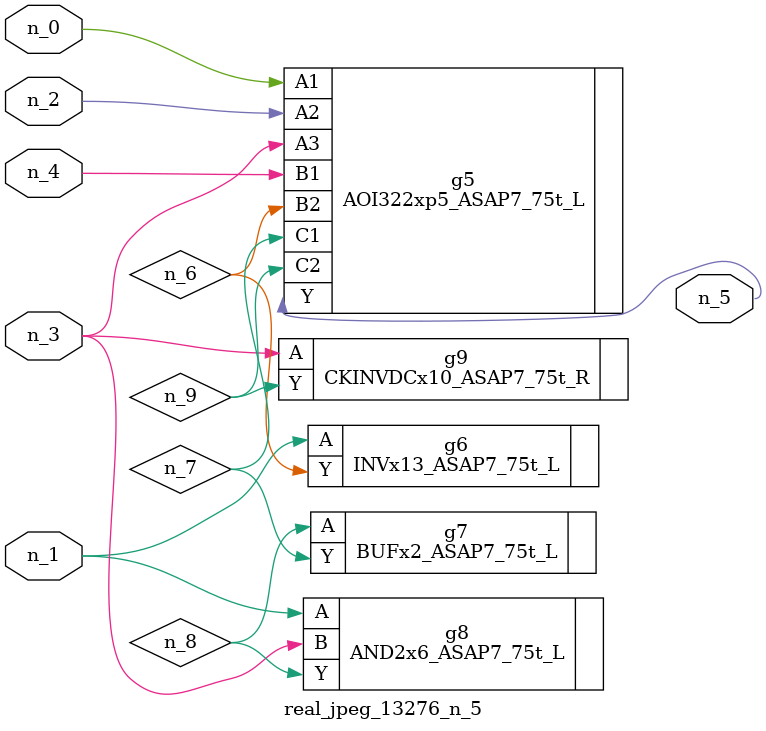
<source format=v>
module real_jpeg_13276_n_5 (n_4, n_0, n_1, n_2, n_3, n_5);

input n_4;
input n_0;
input n_1;
input n_2;
input n_3;

output n_5;

wire n_8;
wire n_6;
wire n_7;
wire n_9;

AOI322xp5_ASAP7_75t_L g5 ( 
.A1(n_0),
.A2(n_2),
.A3(n_3),
.B1(n_4),
.B2(n_6),
.C1(n_7),
.C2(n_9),
.Y(n_5)
);

INVx13_ASAP7_75t_L g6 ( 
.A(n_1),
.Y(n_6)
);

AND2x6_ASAP7_75t_L g8 ( 
.A(n_1),
.B(n_3),
.Y(n_8)
);

CKINVDCx10_ASAP7_75t_R g9 ( 
.A(n_3),
.Y(n_9)
);

BUFx2_ASAP7_75t_L g7 ( 
.A(n_8),
.Y(n_7)
);


endmodule
</source>
